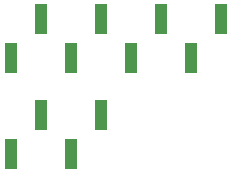
<source format=gtp>
G04 #@! TF.GenerationSoftware,KiCad,Pcbnew,(6.0.6)*
G04 #@! TF.CreationDate,2022-10-01T16:28:01+02:00*
G04 #@! TF.ProjectId,Phoniebox,50686f6e-6965-4626-9f78-2e6b69636164,rev?*
G04 #@! TF.SameCoordinates,Original*
G04 #@! TF.FileFunction,Paste,Top*
G04 #@! TF.FilePolarity,Positive*
%FSLAX46Y46*%
G04 Gerber Fmt 4.6, Leading zero omitted, Abs format (unit mm)*
G04 Created by KiCad (PCBNEW (6.0.6)) date 2022-10-01 16:28:01*
%MOMM*%
%LPD*%
G01*
G04 APERTURE LIST*
%ADD10R,1.000000X2.510000*%
G04 APERTURE END LIST*
D10*
X130810000Y-66171000D03*
X133350000Y-62861000D03*
X135890000Y-66171000D03*
X138430000Y-62861000D03*
X130810000Y-58043000D03*
X133350000Y-54733000D03*
X135890000Y-58043000D03*
X138430000Y-54733000D03*
X140970000Y-58043000D03*
X143510000Y-54733000D03*
X146050000Y-58043000D03*
X148590000Y-54733000D03*
M02*

</source>
